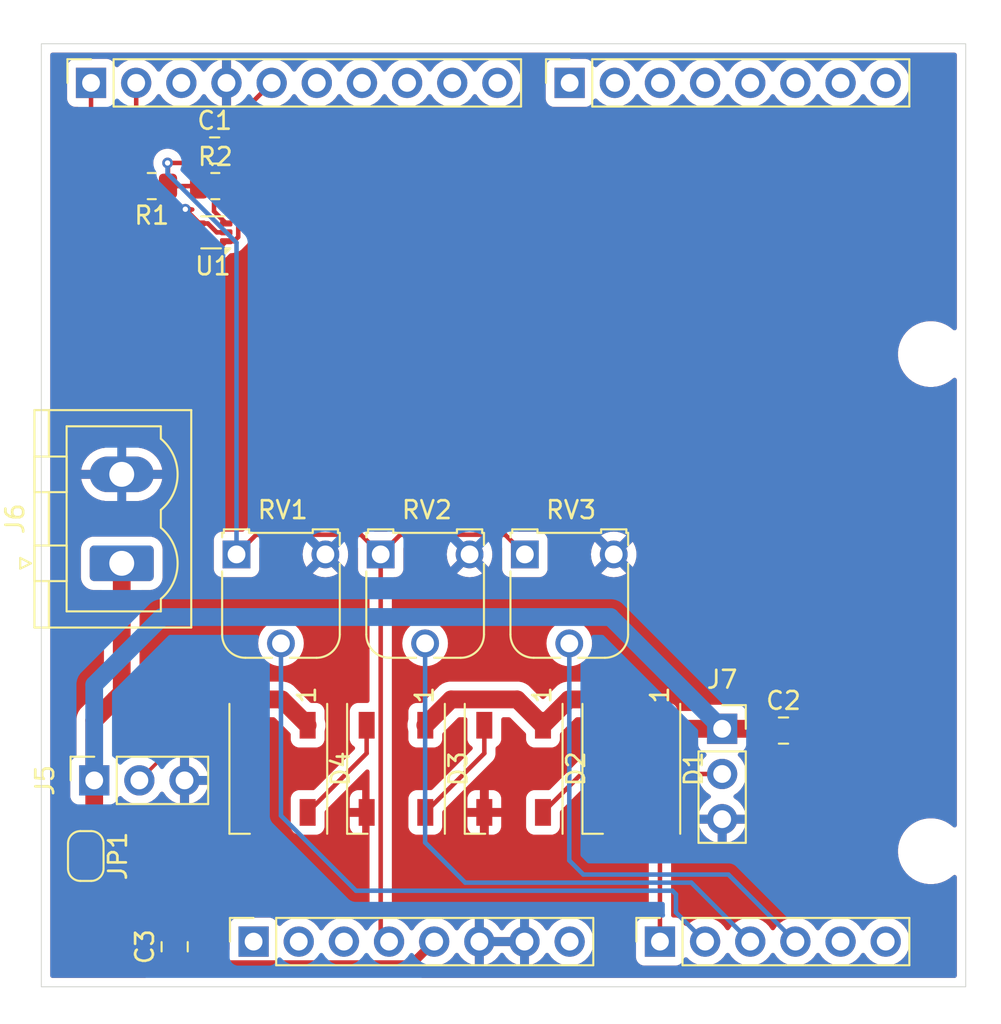
<source format=kicad_pcb>
(kicad_pcb (version 20240108) (generator "pcbnew") (generator_version "8.0")
  (title_block (title "STM32 Shield") (date "mar. 31 mars 2015") (rev "1.00") (company "IDA"))
  (layers (0 "F.Cu" signal) (31 "B.Cu" signal) (34 "B.Paste" user) (35 "F.Paste" user) (36 "B.SilkS" user "B.Silkscreen") (37 "F.SilkS" user "F.Silkscreen") (38 "B.Mask" user) (39 "F.Mask" user) (44 "Edge.Cuts" user))
  (net 0 "")
  (net 1 "GND")
  (net 3 "+5V")
  (net 4 "/IOREF")
  (net 5 "+5V_LED")
  (net 6 "Net-(D1-DOUT)")
  (net 7 "PA0")
  (net 8 "Net-(D2-DOUT)")
  (net 9 "Net-(D3-DOUT)")
  (net 10 "Net-(D4-DOUT)")
  (net 11 "PA7")
  (net 12 "PB8")
  (net 13 "/AREF")
  (net 14 "PA6")
  (net 15 "PA5")
  (net 16 "PB6")
  (net 17 "PB9")
  (net 18 "PA9")
  (net 19 "PC7")
  (net 20 "PA1")
  (net 21 "PA4")
  (net 22 "PB0")
  (net 23 "PA10")
  (net 24 "PA2")
  (net 25 "PA8")
  (net 26 "+3V3")
  (net 27 "VCC")
  (net 28 "/~{RESET}")
  (net 29 "PB3")
  (net 30 "PA3")
  (net 31 "PB10")
  (net 32 "PB5")
  (net 33 "PB4")
  (net 34 "PC0")
  (net 35 "PC1")
  (footprint "Connector_PinSocket_2.54mm:PinSocket_1x08_P2.54mm_Vertical" (layer "F.Cu") (at 127.94 97.46 90)
    (property "Reference" "J1" (hide yes))
    (property "Value" "Power")
    (fp_line (start 1.33 -1.33) (end 1.33 0) (stroke (width 0.12)) (layer "F.SilkS"))
    (fp_line (start 0 -1.33) (end 1.33 -1.33) (stroke (width 0.12)) (layer "F.SilkS"))
    (fp_line (start 1.33 1.27) (end 1.33 19.11) (stroke (width 0.12)) (layer "F.SilkS"))
    (fp_line (start -1.33 1.27) (end 1.33 1.27) (stroke (width 0.12)) (layer "F.SilkS"))
    (fp_line (start -1.33 1.27) (end -1.33 19.11) (stroke (width 0.12)) (layer "F.SilkS"))
    (fp_line (start -1.33 19.11) (end 1.33 19.11) (stroke (width 0.12)) (layer "F.SilkS"))
    (pad "1" thru_hole rect (at 0 0 90) (size 1.7 1.7) (drill 1) (layers "*.Cu" "*.Mask"))
    (pad "2" thru_hole oval (at 0 2.54 90) (size 1.7 1.7) (drill 1) (layers "*.Cu" "*.Mask") (net 4 "/IOREF"))
    (pad "3" thru_hole oval (at 0 5.08 90) (size 1.7 1.7) (drill 1) (layers "*.Cu" "*.Mask") (net 28 "/~{RESET}"))
    (pad "4" thru_hole oval (at 0 7.62 90) (size 1.7 1.7) (drill 1) (layers "*.Cu" "*.Mask") (net 26 "+3V3"))
    (pad "5" thru_hole oval (at 0 10.16 90) (size 1.7 1.7) (drill 1) (layers "*.Cu" "*.Mask") (net 3 "+5V"))
    (pad "6" thru_hole oval (at 0 12.7 90) (size 1.7 1.7) (drill 1) (layers "*.Cu" "*.Mask") (net 1 "GND"))
    (pad "7" thru_hole oval (at 0 15.24 90) (size 1.7 1.7) (drill 1) (layers "*.Cu" "*.Mask") (net 1 "GND"))
    (pad "8" thru_hole oval (at 0 17.78 90) (size 1.7 1.7) (drill 1) (layers "*.Cu" "*.Mask") (net 27 "VCC"))
  )
  (footprint "Connector_PinSocket_2.54mm:PinSocket_1x06_P2.54mm_Vertical" (layer "F.Cu") (at 150.8 97.46 90)
    (property "Reference" "J3" (hide yes))
    (property "Value" "Analog")
    (fp_line (start 1.33 -1.33) (end 1.33 0) (stroke (width 0.12)) (layer "F.SilkS"))
    (fp_line (start 0 -1.33) (end 1.33 -1.33) (stroke (width 0.12)) (layer "F.SilkS"))
    (fp_line (start 1.33 1.27) (end 1.33 14.03) (stroke (width 0.12)) (layer "F.SilkS"))
    (fp_line (start -1.33 1.27) (end 1.33 1.27) (stroke (width 0.12)) (layer "F.SilkS"))
    (fp_line (start -1.33 1.27) (end -1.33 14.03) (stroke (width 0.12)) (layer "F.SilkS"))
    (fp_line (start -1.33 14.03) (end 1.33 14.03) (stroke (width 0.12)) (layer "F.SilkS"))
    (pad "1" thru_hole rect (at 0 0 90) (size 1.7 1.7) (drill 1) (layers "*.Cu" "*.Mask") (net 7 "PA0"))
    (pad "2" thru_hole oval (at 0 2.54 90) (size 1.7 1.7) (drill 1) (layers "*.Cu" "*.Mask") (net 20 "PA1"))
    (pad "3" thru_hole oval (at 0 5.08 90) (size 1.7 1.7) (drill 1) (layers "*.Cu" "*.Mask") (net 21 "PA4"))
    (pad "4" thru_hole oval (at 0 7.62 90) (size 1.7 1.7) (drill 1) (layers "*.Cu" "*.Mask") (net 22 "PB0"))
    (pad "5" thru_hole oval (at 0 10.16 90) (size 1.7 1.7) (drill 1) (layers "*.Cu" "*.Mask") (net 35 "PC1"))
    (pad "6" thru_hole oval (at 0 12.7 90) (size 1.7 1.7) (drill 1) (layers "*.Cu" "*.Mask") (net 34 "PC0"))
  )
  (footprint "Connector_PinSocket_2.54mm:PinSocket_1x10_P2.54mm_Vertical" (layer "F.Cu") (at 118.796 49.2 90)
    (property "Reference" "J2" (hide yes))
    (property "Value" "Digital/PWM")
    (fp_line (start 1.33 -1.33) (end 1.33 0) (stroke (width 0.12)) (layer "F.SilkS"))
    (fp_line (start 0 -1.33) (end 1.33 -1.33) (stroke (width 0.12)) (layer "F.SilkS"))
    (fp_line (start 1.33 1.27) (end 1.33 24.19) (stroke (width 0.12)) (layer "F.SilkS"))
    (fp_line (start -1.33 1.27) (end 1.33 1.27) (stroke (width 0.12)) (layer "F.SilkS"))
    (fp_line (start -1.33 1.27) (end -1.33 24.19) (stroke (width 0.12)) (layer "F.SilkS"))
    (fp_line (start -1.33 24.19) (end 1.33 24.19) (stroke (width 0.12)) (layer "F.SilkS"))
    (pad "1" thru_hole rect (at 0 0 90) (size 1.7 1.7) (drill 1) (layers "*.Cu" "*.Mask") (net 12 "PB8"))
    (pad "2" thru_hole oval (at 0 2.54 90) (size 1.7 1.7) (drill 1) (layers "*.Cu" "*.Mask") (net 17 "PB9"))
    (pad "3" thru_hole oval (at 0 5.08 90) (size 1.7 1.7) (drill 1) (layers "*.Cu" "*.Mask") (net 13 "/AREF"))
    (pad "4" thru_hole oval (at 0 7.62 90) (size 1.7 1.7) (drill 1) (layers "*.Cu" "*.Mask") (net 1 "GND"))
    (pad "5" thru_hole oval (at 0 10.16 90) (size 1.7 1.7) (drill 1) (layers "*.Cu" "*.Mask") (net 15 "PA5"))
    (pad "6" thru_hole oval (at 0 12.7 90) (size 1.7 1.7) (drill 1) (layers "*.Cu" "*.Mask") (net 14 "PA6"))
    (pad "7" thru_hole oval (at 0 15.24 90) (size 1.7 1.7) (drill 1) (layers "*.Cu" "*.Mask") (net 11 "PA7"))
    (pad "8" thru_hole oval (at 0 17.78 90) (size 1.7 1.7) (drill 1) (layers "*.Cu" "*.Mask") (net 16 "PB6"))
    (pad "9" thru_hole oval (at 0 20.32 90) (size 1.7 1.7) (drill 1) (layers "*.Cu" "*.Mask") (net 19 "PC7"))
    (pad "10" thru_hole oval (at 0 22.86 90) (size 1.7 1.7) (drill 1) (layers "*.Cu" "*.Mask") (net 18 "PA9"))
  )
  (footprint "Connector_PinSocket_2.54mm:PinSocket_1x08_P2.54mm_Vertical" (layer "F.Cu") (at 145.72 49.2 90)
    (property "Reference" "J4" (hide yes))
    (property "Value" "Digital/PWM")
    (fp_line (start 1.33 -1.33) (end 1.33 0) (stroke (width 0.12)) (layer "F.SilkS"))
    (fp_line (start 0 -1.33) (end 1.33 -1.33) (stroke (width 0.12)) (layer "F.SilkS"))
    (fp_line (start 1.33 1.27) (end 1.33 19.11) (stroke (width 0.12)) (layer "F.SilkS"))
    (fp_line (start -1.33 1.27) (end 1.33 1.27) (stroke (width 0.12)) (layer "F.SilkS"))
    (fp_line (start -1.33 1.27) (end -1.33 19.11) (stroke (width 0.12)) (layer "F.SilkS"))
    (fp_line (start -1.33 19.11) (end 1.33 19.11) (stroke (width 0.12)) (layer "F.SilkS"))
    (pad "1" thru_hole rect (at 0 0 90) (size 1.7 1.7) (drill 1) (layers "*.Cu" "*.Mask") (net 25 "PA8"))
    (pad "2" thru_hole oval (at 0 2.54 90) (size 1.7 1.7) (drill 1) (layers "*.Cu" "*.Mask") (net 31 "PB10"))
    (pad "3" thru_hole oval (at 0 5.08 90) (size 1.7 1.7) (drill 1) (layers "*.Cu" "*.Mask") (net 33 "PB4"))
    (pad "4" thru_hole oval (at 0 7.62 90) (size 1.7 1.7) (drill 1) (layers "*.Cu" "*.Mask") (net 32 "PB5"))
    (pad "5" thru_hole oval (at 0 10.16 90) (size 1.7 1.7) (drill 1) (layers "*.Cu" "*.Mask") (net 29 "PB3"))
    (pad "6" thru_hole oval (at 0 12.7 90) (size 1.7 1.7) (drill 1) (layers "*.Cu" "*.Mask") (net 23 "PA10"))
    (pad "7" thru_hole oval (at 0 15.24 90) (size 1.7 1.7) (drill 1) (layers "*.Cu" "*.Mask") (net 24 "PA2"))
    (pad "8" thru_hole oval (at 0 17.78 90) (size 1.7 1.7) (drill 1) (layers "*.Cu" "*.Mask") (net 30 "PA3"))
  )
  (footprint "Connector_PinSocket_2.54mm:PinSocket_1x03_P2.54mm_Vertical" (layer "F.Cu") (at 154.3 85.5)
    (property "Reference" "J7" (at 0 -2.77 0) (layer "F.SilkS"))
    (property "Value" "Neopixel")
    (fp_line (start -1.33 1.27) (end -1.33 6.41) (stroke (width 0.12)) (layer "F.SilkS"))
    (fp_line (start -1.33 1.27) (end 1.33 1.27) (stroke (width 0.12)) (layer "F.SilkS"))
    (fp_line (start -1.33 6.41) (end 1.33 6.41) (stroke (width 0.12)) (layer "F.SilkS"))
    (fp_line (start 0 -1.33) (end 1.33 -1.33) (stroke (width 0.12)) (layer "F.SilkS"))
    (fp_line (start 1.33 -1.33) (end 1.33 0) (stroke (width 0.12)) (layer "F.SilkS"))
    (fp_line (start 1.33 1.27) (end 1.33 6.41) (stroke (width 0.12)) (layer "F.SilkS"))
    (pad "1" thru_hole rect (at 0 0) (size 1.7 1.7) (drill 1) (layers "*.Cu" "*.Mask") (net 5 "+5V_LED"))
    (pad "2" thru_hole oval (at 0 2.54) (size 1.7 1.7) (drill 1) (layers "*.Cu" "*.Mask") (net 7 "PA0"))
    (pad "3" thru_hole oval (at 0 5.08) (size 1.7 1.7) (drill 1) (layers "*.Cu" "*.Mask") (net 1 "GND"))
  )
  (footprint "LED_SMD:LED_WS2812B_PLCC4_5.0x5.0mm_P3.2mm" (layer "F.Cu") (at 149.19 87.75 -90)
    (property "Reference" "D1" (at 0 -3.5 90) (layer "F.SilkS"))
    (property "Value" "WS2812B")
    (fp_line (start -3.65 2.75) (end 3.65 2.75) (stroke (width 0.12)) (layer "F.SilkS"))
    (fp_line (start 3.65 2.75) (end 3.65 1.6) (stroke (width 0.12)) (layer "F.SilkS"))
    (fp_line (start -3.65 -2.75) (end 3.65 -2.75) (stroke (width 0.12)) (layer "F.SilkS"))
    (fp_text user "1" (at -4.15 -1.6 90) (layer "F.SilkS"))
    (pad "1" smd rect (at -2.45 -1.65 270) (size 1.5 0.9) (layers "F.Cu" "F.Paste" "F.Mask") (net 5 "+5V_LED"))
    (pad "2" smd rect (at -2.45 1.65 270) (size 1.5 0.9) (layers "F.Cu" "F.Paste" "F.Mask") (net 6 "Net-(D1-DOUT)"))
    (pad "3" smd rect (at 2.45 1.65 270) (size 1.5 0.9) (layers "F.Cu" "F.Paste" "F.Mask") (net 1 "GND"))
    (pad "4" smd rect (at 2.45 -1.65 270) (size 1.5 0.9) (layers "F.Cu" "F.Paste" "F.Mask") (net 7 "PA0"))
  )
  (footprint "Jumper:SolderJumper-2_P1.3mm_Open_RoundedPad1.0x1.5mm" (layer "F.Cu") (at 118.5 92.65 -90)
    (property "Reference" "JP1" (at 0 -1.8 90) (layer "F.SilkS"))
    (property "Value" "Jumper_2_Open")
    (fp_line (start 0.7 1) (end -0.7 1) (stroke (width 0.12)) (layer "F.SilkS"))
    (fp_line (start -1.4 0.3) (end -1.4 -0.3) (stroke (width 0.12)) (layer "F.SilkS"))
    (fp_line (start 1.4 -0.3) (end 1.4 0.3) (stroke (width 0.12)) (layer "F.SilkS"))
    (fp_line (start -0.7 -1) (end 0.7 -1) (stroke (width 0.12)) (layer "F.SilkS"))
    (fp_arc (start -0.7 1) (mid -1.194975 0.794975) (end -1.4 0.3) (stroke (width 0.12)) (layer "F.SilkS"))
    (fp_arc (start 1.4 0.3) (mid 1.194975 0.794975) (end 0.7 1) (stroke (width 0.12)) (layer "F.SilkS"))
    (fp_arc (start -1.4 -0.3) (mid -1.194975 -0.794975) (end -0.7 -1) (stroke (width 0.12)) (layer "F.SilkS"))
    (fp_arc (start 0.7 -1) (mid 1.194975 -0.794975) (end 1.4 -0.3) (stroke (width 0.12)) (layer "F.SilkS"))
    (pad "1" smd custom (at -0.65 0 270) (size 1 0.5) (layers "F.Cu" "F.Mask") (net 5 "+5V_LED") (options (clearance outline) (anchor rect)) (primitives (gr_circle (center 0 0.25) (end 0.5 0.25) (width 0) (fill yes)) (gr_circle (center 0 -0.25) (end 0.5 -0.25) (width 0) (fill yes)) (gr_poly (pts (xy 0.5 0.75) (xy 0 0.75) (xy 0 -0.75) (xy 0.5 -0.75)) (width 0) (fill yes))))
    (pad "2" smd custom (at 0.65 0 270) (size 1 0.5) (layers "F.Cu" "F.Mask") (net 3 "+5V") (options (clearance outline) (anchor rect)) (primitives (gr_circle (center 0 0.25) (end 0.5 0.25) (width 0) (fill yes)) (gr_circle (center 0 -0.25) (end 0.5 -0.25) (width 0) (fill yes)) (gr_poly (pts (xy 0 0.75) (xy -0.5 0.75) (xy -0.5 -0.75) (xy 0 -0.75)) (width 0) (fill yes))))
  )
  (footprint "LED_SMD:LED_WS2812B_PLCC4_5.0x5.0mm_P3.2mm" (layer "F.Cu") (at 135.95 87.75 -90)
    (property "Reference" "D3" (at 0 -3.5 90) (layer "F.SilkS"))
    (property "Value" "WS2812B")
    (fp_line (start -3.65 2.75) (end 3.65 2.75) (stroke (width 0.12)) (layer "F.SilkS"))
    (fp_line (start 3.65 2.75) (end 3.65 1.6) (stroke (width 0.12)) (layer "F.SilkS"))
    (fp_line (start -3.65 -2.75) (end 3.65 -2.75) (stroke (width 0.12)) (layer "F.SilkS"))
    (fp_text user "1" (at -4.15 -1.6 90) (layer "F.SilkS"))
    (pad "1" smd rect (at -2.45 -1.65 270) (size 1.5 0.9) (layers "F.Cu" "F.Paste" "F.Mask") (net 5 "+5V_LED"))
    (pad "2" smd rect (at -2.45 1.65 270) (size 1.5 0.9) (layers "F.Cu" "F.Paste" "F.Mask") (net 9 "Net-(D3-DOUT)"))
    (pad "3" smd rect (at 2.45 1.65 270) (size 1.5 0.9) (layers "F.Cu" "F.Paste" "F.Mask") (net 1 "GND"))
    (pad "4" smd rect (at 2.45 -1.65 270) (size 1.5 0.9) (layers "F.Cu" "F.Paste" "F.Mask") (net 8 "Net-(D2-DOUT)"))
  )
  (footprint "Potentiometer_THT:Potentiometer_Runtron_RM-065_Vertical" (layer "F.Cu") (at 135.09 75.7)
    (property "Reference" "RV2" (at 2.6 -2.5 0) (layer "F.SilkS"))
    (property "Value" "10k")
    (fp_line (start -0.81 -1.21) (end -0.81 -0.96) (stroke (width 0.12)) (layer "F.SilkS"))
    (fp_line (start -0.81 4.5) (end -0.81 0.96) (stroke (width 0.12)) (layer "F.SilkS"))
    (fp_line (start -0.71 -1.41) (end -0.71 -1.21) (stroke (width 0.12)) (layer "F.SilkS"))
    (fp_line (start -0.71 -1.41) (end 0.71 -1.41) (stroke (width 0.12)) (layer "F.SilkS"))
    (fp_line (start -0.71 -1.21) (end -0.81 -1.21) (stroke (width 0.12)) (layer "F.SilkS"))
    (fp_line (start 0.71 -1.21) (end 0.71 -1.41) (stroke (width 0.12)) (layer "F.SilkS"))
    (fp_line (start 0.71 -1.21) (end 4.29 -1.21) (stroke (width 0.12)) (layer "F.SilkS"))
    (fp_line (start 1.99 5.81) (end 0.5 5.81) (stroke (width 0.12)) (layer "F.SilkS"))
    (fp_line (start 4.29 -1.41) (end 5.71 -1.41) (stroke (width 0.12)) (layer "F.SilkS"))
    (fp_line (start 4.29 -1.21) (end 4.29 -1.41) (stroke (width 0.12)) (layer "F.SilkS"))
    (fp_line (start 4.5 5.81) (end 3.01 5.81) (stroke (width 0.12)) (layer "F.SilkS"))
    (fp_line (start 5.71 -1.41) (end 5.71 -1.21) (stroke (width 0.12)) (layer "F.SilkS"))
    (fp_line (start 5.71 -1.21) (end 5.81 -1.21) (stroke (width 0.12)) (layer "F.SilkS"))
    (fp_line (start 5.81 -1.21) (end 5.81 -0.52) (stroke (width 0.12)) (layer "F.SilkS"))
    (fp_line (start 5.81 0.52) (end 5.81 4.5) (stroke (width 0.12)) (layer "F.SilkS"))
    (fp_arc (start 0.5 5.81) (mid -0.42631 5.42631) (end -0.81 4.5) (stroke (width 0.12)) (layer "F.SilkS"))
    (fp_arc (start 5.81 4.5) (mid 5.42631 5.42631) (end 4.5 5.81) (stroke (width 0.12)) (layer "F.SilkS"))
    (pad "1" thru_hole rect (at 0 0) (size 1.56 1.56) (drill 1) (layers "*.Cu" "*.Mask") (net 26 "+3V3"))
    (pad "2" thru_hole circle (at 2.5 5) (size 1.56 1.56) (drill 1) (layers "*.Cu" "*.Mask") (net 21 "PA4"))
    (pad "3" thru_hole circle (at 5 0) (size 1.56 1.56) (drill 1) (layers "*.Cu" "*.Mask") (net 1 "GND"))
  )
  (footprint "Capacitor_SMD:C_0805_2012Metric" (layer "F.Cu") (at 125.75 53)
    (property "Reference" "C1" (at 0 -1.68 0) (layer "F.SilkS"))
    (property "Value" "100nF")
    (fp_line (start -0.261252 -0.735) (end 0.261252 -0.735) (stroke (width 0.12)) (layer "F.SilkS"))
    (fp_line (start -0.261252 0.735) (end 0.261252 0.735) (stroke (width 0.12)) (layer "F.SilkS"))
    (pad "1" smd roundrect (at -0.95 0) (size 1 1.45) (layers "F.Cu" "F.Paste" "F.Mask") (net 26 "+3V3"))
    (pad "2" smd roundrect (at 0.95 0) (size 1 1.45) (layers "F.Cu" "F.Paste" "F.Mask") (net 1 "GND"))
  )
  (footprint "Connector_PinSocket_2.54mm:PinSocket_1x03_P2.54mm_Vertical" (layer "F.Cu") (at 118.975 88.4 90)
    (property "Reference" "J5" (at 0 -2.77 -90) (layer "F.SilkS"))
    (property "Value" "Neopixel")
    (fp_line (start 1.33 -1.33) (end 1.33 0) (stroke (width 0.12)) (layer "F.SilkS"))
    (fp_line (start 0 -1.33) (end 1.33 -1.33) (stroke (width 0.12)) (layer "F.SilkS"))
    (fp_line (start 1.33 1.27) (end 1.33 6.41) (stroke (width 0.12)) (layer "F.SilkS"))
    (fp_line (start -1.33 1.27) (end 1.33 1.27) (stroke (width 0.12)) (layer "F.SilkS"))
    (fp_line (start -1.33 1.27) (end -1.33 6.41) (stroke (width 0.12)) (layer "F.SilkS"))
    (fp_line (start -1.33 6.41) (end 1.33 6.41) (stroke (width 0.12)) (layer "F.SilkS"))
    (pad "1" thru_hole rect (at 0 0 90) (size 1.7 1.7) (drill 1) (layers "*.Cu" "*.Mask") (net 5 "+5V_LED"))
    (pad "2" thru_hole oval (at 0 2.54 90) (size 1.7 1.7) (drill 1) (layers "*.Cu" "*.Mask") (net 10 "Net-(D4-DOUT)"))
    (pad "3" thru_hole oval (at 0 5.08 90) (size 1.7 1.7) (drill 1) (layers "*.Cu" "*.Mask") (net 1 "GND"))
  )
  (footprint "Resistor_SMD:R_0805_2012Metric" (layer "F.Cu") (at 122.2125 55 180)
    (property "Reference" "R1" (at 0 -1.65 180) (layer "F.SilkS"))
    (property "Value" "10k")
    (fp_line (start -0.227064 0.735) (end 0.227064 0.735) (stroke (width 0.12)) (layer "F.SilkS"))
    (fp_line (start -0.227064 -0.735) (end 0.227064 -0.735) (stroke (width 0.12)) (layer "F.SilkS"))
    (pad "1" smd roundrect (at -0.9125 0 180) (size 1.025 1.4) (layers "F.Cu" "F.Paste" "F.Mask") (roundrect_rratio 0.243902) (net 26 "+3V3"))
    (pad "2" smd roundrect (at 0.9125 0 180) (size 1.025 1.4) (layers "F.Cu" "F.Paste" "F.Mask") (roundrect_rratio 0.243902) (net 17 "PB9"))
  )
  (footprint "Resistor_SMD:R_0805_2012Metric" (layer "F.Cu") (at 125.7875 55)
    (property "Reference" "R2" (at 0 -1.65 0) (layer "F.SilkS"))
    (property "Value" "10k")
    (fp_line (start -0.227064 -0.735) (end 0.227064 -0.735) (stroke (width 0.12)) (layer "F.SilkS"))
    (fp_line (start -0.227064 0.735) (end 0.227064 0.735) (stroke (width 0.12)) (layer "F.SilkS"))
    (pad "1" smd roundrect (at -0.9125 0) (size 1.025 1.4) (layers "F.Cu" "F.Paste" "F.Mask") (roundrect_rratio 0.243902) (net 26 "+3V3"))
    (pad "2" smd roundrect (at 0.9125 0) (size 1.025 1.4) (layers "F.Cu" "F.Paste" "F.Mask") (roundrect_rratio 0.243902) (net 12 "PB8"))
  )
  (footprint "Capacitor_SMD:C_0805_2012Metric" (layer "F.Cu") (at 123.5 97.75 90)
    (property "Reference" "C3" (at 0 -1.68 -90) (layer "F.SilkS"))
    (property "Value" "100nF")
    (fp_line (start -0.261252 -0.735) (end 0.261252 -0.735) (stroke (width 0.12)) (layer "F.SilkS"))
    (fp_line (start -0.261252 0.735) (end 0.261252 0.735) (stroke (width 0.12)) (layer "F.SilkS"))
    (pad "1" smd roundrect (at -0.95 0 90) (size 1 1.45) (layers "F.Cu" "F.Paste" "F.Mask") (net 3 "+5V"))
    (pad "2" smd roundrect (at 0.95 0 90) (size 1 1.45) (layers "F.Cu" "F.Paste" "F.Mask") (net 1 "GND"))
  )
  (footprint "LED_SMD:LED_WS2812B_PLCC4_5.0x5.0mm_P3.2mm" (layer "F.Cu") (at 129.33 87.75 -90)
    (property "Reference" "D4" (at 0 -3.5 90) (layer "F.SilkS"))
    (property "Value" "WS2812B")
    (fp_line (start -3.65 2.75) (end 3.65 2.75) (stroke (width 0.12)) (layer "F.SilkS"))
    (fp_line (start 3.65 2.75) (end 3.65 1.6) (stroke (width 0.12)) (layer "F.SilkS"))
    (fp_line (start -3.65 -2.75) (end 3.65 -2.75) (stroke (width 0.12)) (layer "F.SilkS"))
    (fp_text user "1" (at -4.15 -1.6 90) (layer "F.SilkS"))
    (pad "1" smd rect (at -2.45 -1.65 270) (size 1.5 0.9) (layers "F.Cu" "F.Paste" "F.Mask") (net 5 "+5V_LED"))
    (pad "2" smd rect (at -2.45 1.65 270) (size 1.5 0.9) (layers "F.Cu" "F.Paste" "F.Mask") (net 10 "Net-(D4-DOUT)"))
    (pad "3" smd rect (at 2.45 1.65 270) (size 1.5 0.9) (layers "F.Cu" "F.Paste" "F.Mask") (net 1 "GND"))
    (pad "4" smd rect (at 2.45 -1.65 270) (size 1.5 0.9) (layers "F.Cu" "F.Paste" "F.Mask") (net 9 "Net-(D3-DOUT)"))
  )
  (footprint "Package_TO_SOT_SMD:SOT-563" (layer "F.Cu") (at 125.65 57.6 180)
    (property "Reference" "U1" (at 0 -1.9 180) (layer "F.SilkS"))
    (property "Value" "TMP102xxDRL")
    (fp_line (start 0.65 0.9) (end -0.65 0.9) (stroke (width 0.12)) (layer "F.SilkS"))
    (fp_line (start 0.65 -0.9) (end -0.45 -0.9) (stroke (width 0.12)) (layer "F.SilkS"))
    (fp_poly (pts (xy -0.7 -0.9) (xy -0.98 -0.9) (xy -0.7 -1.18) (xy -0.7 -0.9)) (stroke (width 0.12)) (fill solid) (layer "F.SilkS"))
    (pad "1" smd roundrect (at -0.75 -0.5 180) (size 0.7 0.34) (layers "F.Cu" "F.Paste" "F.Mask") (net 12 "PB8"))
    (pad "2" smd roundrect (at -0.75 0 180) (size 0.7 0.34) (layers "F.Cu" "F.Paste" "F.Mask") (net 1 "GND"))
    (pad "3" smd roundrect (at -0.75 0.5 180) (size 0.7 0.34) (layers "F.Cu" "F.Paste" "F.Mask") (net 15 "PA5"))
    (pad "4" smd roundrect (at 0.75 0.5 180) (size 0.7 0.34) (layers "F.Cu" "F.Paste" "F.Mask") (net 1 "GND"))
    (pad "5" smd roundrect (at 0.75 0 180) (size 0.7 0.34) (layers "F.Cu" "F.Paste" "F.Mask") (net 26 "+3V3"))
    (pad "6" smd roundrect (at 0.75 -0.5 180) (size 0.7 0.34) (layers "F.Cu" "F.Paste" "F.Mask") (net 17 "PB9"))
  )
  (footprint "Potentiometer_THT:Potentiometer_Runtron_RM-065_Vertical" (layer "F.Cu") (at 143.2 75.7)
    (property "Reference" "RV3" (at 2.6 -2.5 0) (layer "F.SilkS"))
    (property "Value" "10k")
    (fp_line (start -0.81 -1.21) (end -0.81 -0.96) (stroke (width 0.12)) (layer "F.SilkS"))
    (fp_line (start -0.81 4.5) (end -0.81 0.96) (stroke (width 0.12)) (layer "F.SilkS"))
    (fp_line (start -0.71 -1.41) (end -0.71 -1.21) (stroke (width 0.12)) (layer "F.SilkS"))
    (fp_line (start -0.71 -1.41) (end 0.71 -1.41) (stroke (width 0.12)) (layer "F.SilkS"))
    (fp_line (start -0.71 -1.21) (end -0.81 -1.21) (stroke (width 0.12)) (layer "F.SilkS"))
    (fp_line (start 0.71 -1.21) (end 0.71 -1.41) (stroke (width 0.12)) (layer "F.SilkS"))
    (fp_line (start 0.71 -1.21) (end 4.29 -1.21) (stroke (width 0.12)) (layer "F.SilkS"))
    (fp_line (start 1.99 5.81) (end 0.5 5.81) (stroke (width 0.12)) (layer "F.SilkS"))
    (fp_line (start 4.29 -1.41) (end 5.71 -1.41) (stroke (width 0.12)) (layer "F.SilkS"))
    (fp_line (start 4.29 -1.21) (end 4.29 -1.41) (stroke (width 0.12)) (layer "F.SilkS"))
    (fp_line (start 4.5 5.81) (end 3.01 5.81) (stroke (width 0.12)) (layer "F.SilkS"))
    (fp_line (start 5.71 -1.41) (end 5.71 -1.21) (stroke (width 0.12)) (layer "F.SilkS"))
    (fp_line (start 5.71 -1.21) (end 5.81 -1.21) (stroke (width 0.12)) (layer "F.SilkS"))
    (fp_line (start 5.81 -1.21) (end 5.81 -0.52) (stroke (width 0.12)) (layer "F.SilkS"))
    (fp_line (start 5.81 0.52) (end 5.81 4.5) (stroke (width 0.12)) (layer "F.SilkS"))
    (fp_arc (start 0.5 5.81) (mid -0.42631 5.42631) (end -0.81 4.5) (stroke (width 0.12)) (layer "F.SilkS"))
    (fp_arc (start 5.81 4.5) (mid 5.42631 5.42631) (end 4.5 5.81) (stroke (width 0.12)) (layer "F.SilkS"))
    (pad "1" thru_hole rect (at 0 0) (size 1.56 1.56) (drill 1) (layers "*.Cu" "*.Mask") (net 26 "+3V3"))
    (pad "2" thru_hole circle (at 2.5 5) (size 1.56 1.56) (drill 1) (layers "*.Cu" "*.Mask") (net 22 "PB0"))
    (pad "3" thru_hole circle (at 5 0) (size 1.56 1.56) (drill 1) (layers "*.Cu" "*.Mask") (net 1 "GND"))
  )
  (footprint "Connector_Phoenix_MSTB:PhoenixContact_MSTBVA_2,5_2-G_1x02_P5.00mm_Vertical" (layer "F.Cu") (at 120.5225 76.2 90)
    (property "Reference" "J6" (at 2.5 -6 -90) (layer "F.SilkS"))
    (property "Value" "PowerIn")
    (fp_line (start 0.3 -5.71) (end 0 -5.11) (stroke (width 0.12)) (layer "F.SilkS"))
    (fp_line (start -0.3 -5.71) (end 0.3 -5.71) (stroke (width 0.12)) (layer "F.SilkS"))
    (fp_line (start 0 -5.11) (end -0.3 -5.71) (stroke (width 0.12)) (layer "F.SilkS"))
    (fp_line (start 8.61 -4.91) (end -3.61 -4.91) (stroke (width 0.12)) (layer "F.SilkS"))
    (fp_line (start 6 -4.91) (end 6 -3.1) (stroke (width 0.12)) (layer "F.SilkS"))
    (fp_line (start 4 -4.91) (end 6 -4.91) (stroke (width 0.12)) (layer "F.SilkS"))
    (fp_line (start 1 -4.91) (end 1 -3.1) (stroke (width 0.12)) (layer "F.SilkS"))
    (fp_line (start -1 -4.91) (end 1 -4.91) (stroke (width 0.12)) (layer "F.SilkS"))
    (fp_line (start -3.61 -4.91) (end -3.61 3.91) (stroke (width 0.12)) (layer "F.SilkS"))
    (fp_line (start 8.61 -4.1) (end 6.11 -4.1) (stroke (width 0.12)) (layer "F.SilkS"))
    (fp_line (start 1 -4.1) (end 4 -4.1) (stroke (width 0.12)) (layer "F.SilkS"))
    (fp_line (start -3.61 -4.1) (end -1.11 -4.1) (stroke (width 0.12)) (layer "F.SilkS"))
    (fp_line (start 7.7 -3.1) (end 7.7 2.2) (stroke (width 0.12)) (layer "F.SilkS"))
    (fp_line (start 6 -3.1) (end 4 -3.1) (stroke (width 0.12)) (layer "F.SilkS"))
    (fp_line (start 4 -3.1) (end 4 -4.91) (stroke (width 0.12)) (layer "F.SilkS"))
    (fp_line (start 1 -3.1) (end -1 -3.1) (stroke (width 0.12)) (layer "F.SilkS"))
    (fp_line (start -1 -3.1) (end -1 -4.91) (stroke (width 0.12)) (layer "F.SilkS"))
    (fp_line (start -2.7 -3.1) (end 7.7 -3.1) (stroke (width 0.12)) (layer "F.SilkS"))
    (fp_line (start 7.7 2.2) (end 7 2.2) (stroke (width 0.12)) (layer "F.SilkS"))
    (fp_line (start 2 2.2) (end 3 2.2) (stroke (width 0.12)) (layer "F.SilkS"))
    (fp_line (start -2 2.2) (end -2.7 2.2) (stroke (width 0.12)) (layer "F.SilkS"))
    (fp_line (start -2.7 2.2) (end -2.7 -3.1) (stroke (width 0.12)) (layer "F.SilkS"))
    (fp_line (start 8.61 3.91) (end 8.61 -4.91) (stroke (width 0.12)) (layer "F.SilkS"))
    (fp_line (start -3.61 3.91) (end 8.61 3.91) (stroke (width 0.12)) (layer "F.SilkS"))
    (fp_arc (start 6.986842 2.215821) (mid 4.989711 3.142758) (end 3 2.2) (stroke (width 0.12)) (layer "F.SilkS"))
    (fp_arc (start 1.986842 2.215821) (mid -0.010289 3.142758) (end -2 2.2) (stroke (width 0.12)) (layer "F.SilkS"))
    (pad "1" thru_hole roundrect (at 0 0 90) (size 2 3.6) (drill 1.4) (layers "*.Cu" "*.Mask") (roundrect_rratio 0.125) (net 5 "+5V_LED"))
    (pad "2" thru_hole oval (at 5 0 90) (size 2 3.6) (drill 1.4) (layers "*.Cu" "*.Mask") (net 1 "GND"))
  )
  (footprint "LED_SMD:LED_WS2812B_PLCC4_5.0x5.0mm_P3.2mm" (layer "F.Cu") (at 142.57 87.75 -90)
    (property "Reference" "D2" (at 0 -3.5 90) (layer "F.SilkS"))
    (property "Value" "WS2812B")
    (fp_line (start -3.65 2.75) (end 3.65 2.75) (stroke (width 0.12)) (layer "F.SilkS"))
    (fp_line (start 3.65 2.75) (end 3.65 1.6) (stroke (width 0.12)) (layer "F.SilkS"))
    (fp_line (start -3.65 -2.75) (end 3.65 -2.75) (stroke (width 0.12)) (layer "F.SilkS"))
    (fp_text user "1" (at -4.15 -1.6 90) (layer "F.SilkS"))
    (pad "1" smd rect (at -2.45 -1.65 270) (size 1.5 0.9) (layers "F.Cu" "F.Paste" "F.Mask") (net 5 "+5V_LED"))
    (pad "2" smd rect (at -2.45 1.65 270) (size 1.5 0.9) (layers "F.Cu" "F.Paste" "F.Mask") (net 8 "Net-(D2-DOUT)"))
    (pad "3" smd rect (at 2.45 1.65 270) (size 1.5 0.9) (layers "F.Cu" "F.Paste" "F.Mask") (net 1 "GND"))
    (pad "4" smd rect (at 2.45 -1.65 270) (size 1.5 0.9) (layers "F.Cu" "F.Paste" "F.Mask") (net 6 "Net-(D1-DOUT)"))
  )
  (footprint "Potentiometer_THT:Potentiometer_Runtron_RM-065_Vertical" (layer "F.Cu") (at 126.98 75.7)
    (property "Reference" "RV1" (at 2.6 -2.5 0) (layer "F.SilkS"))
    (property "Value" "10k")
    (fp_line (start -0.81 -1.21) (end -0.81 -0.96) (stroke (width 0.12)) (layer "F.SilkS"))
    (fp_line (start -0.81 4.5) (end -0.81 0.96) (stroke (width 0.12)) (layer "F.SilkS"))
    (fp_line (start -0.71 -1.41) (end -0.71 -1.21) (stroke (width 0.12)) (layer "F.SilkS"))
    (fp_line (start -0.71 -1.41) (end 0.71 -1.41) (stroke (width 0.12)) (layer "F.SilkS"))
    (fp_line (start -0.71 -1.21) (end -0.81 -1.21) (stroke (width 0.12)) (layer "F.SilkS"))
    (fp_line (start 0.71 -1.21) (end 0.71 -1.41) (stroke (width 0.12)) (layer "F.SilkS"))
    (fp_line (start 0.71 -1.21) (end 4.29 -1.21) (stroke (width 0.12)) (layer "F.SilkS"))
    (fp_line (start 1.99 5.81) (end 0.5 5.81) (stroke (width 0.12)) (layer "F.SilkS"))
    (fp_line (start 4.29 -1.41) (end 5.71 -1.41) (stroke (width 0.12)) (layer "F.SilkS"))
    (fp_line (start 4.29 -1.21) (end 4.29 -1.41) (stroke (width 0.12)) (layer "F.SilkS"))
    (fp_line (start 4.5 5.81) (end 3.01 5.81) (stroke (width 0.12)) (layer "F.SilkS"))
    (fp_line (start 5.71 -1.41) (end 5.71 -1.21) (stroke (width 0.12)) (layer "F.SilkS"))
    (fp_line (start 5.71 -1.21) (end 5.81 -1.21) (stroke (width 0.12)) (layer "F.SilkS"))
    (fp_line (start 5.81 -1.21) (end 5.81 -0.52) (stroke (width 0.12)) (layer "F.SilkS"))
    (fp_line (start 5.81 0.52) (end 5.81 4.5) (stroke (width 0.12)) (layer "F.SilkS"))
    (fp_arc (start 0.5 5.81) (mid -0.42631 5.42631) (end -0.81 4.5) (stroke (width 0.12)) (layer "F.SilkS"))
    (fp_arc (start 5.81 4.5) (mid 5.42631 5.42631) (end 4.5 5.81) (stroke (width 0.12)) (layer "F.SilkS"))
    (pad "1" thru_hole rect (at 0 0) (size 1.56 1.56) (drill 1) (layers "*.Cu" "*.Mask") (net 26 "+3V3"))
    (pad "2" thru_hole circle (at 2.5 5) (size 1.56 1.56) (drill 1) (layers "*.Cu" "*.Mask") (net 20 "PA1"))
    (pad "3" thru_hole circle (at 5 0) (size 1.56 1.56) (drill 1) (layers "*.Cu" "*.Mask") (net 1 "GND"))
  )
  (footprint "Capacitor_SMD:C_0805_2012Metric" (layer "F.Cu") (at 157.75 85.6)
    (property "Reference" "C2" (at 0 -1.68 0) (layer "F.SilkS"))
    (property "Value" "100nF")
    (fp_line (start -0.261252 -0.735) (end 0.261252 -0.735) (stroke (width 0.12)) (layer "F.SilkS"))
    (fp_line (start -0.261252 0.735) (end 0.261252 0.735) (stroke (width 0.12)) (layer "F.SilkS"))
    (pad "1" smd roundrect (at -0.95 0) (size 1 1.45) (layers "F.Cu" "F.Paste" "F.Mask") (net 5 "+5V_LED"))
    (pad "2" smd roundrect (at 0.95 0) (size 1 1.45) (layers "F.Cu" "F.Paste" "F.Mask") (net 1 "GND"))
  )
  (footprint "Arduino_MountingHole:MountingHole_3.2mm" (layer "F.Cu") (at 166.04 64.44)
    (property "Reference" "MH3" (hide yes))
    (property "Value" "MountingHole_3.2mm" (hide yes))
    (pad "" np_thru_hole circle (at 0 0) (size 3.2 3.2) (drill 3.2) (layers "*.Cu" "*.Mask"))
  )
  (footprint "Arduino_MountingHole:MountingHole_3.2mm" (layer "F.Cu") (at 166.04 92.38)
    (property "Reference" "MH4" (hide yes))
    (property "Value" "MountingHole_3.2mm" (hide yes))
    (pad "" np_thru_hole circle (at 0 0) (size 3.2 3.2) (drill 3.2) (layers "*.Cu" "*.Mask"))
  )
  (gr_rect (start 116 47) (end 168 100) (stroke (width 0.05)) (fill none) (layer "Edge.Cuts"))
  (segment (start 126.4 57.6) (end 125.868572 57.6) (width 0.254) (layer "F.Cu") (net 1))
  (segment (start 125.368572 57.1) (end 124.9 57.1) (width 0.254) (layer "F.Cu") (net 1))
  (segment (start 125.868572 57.6) (end 125.368572 57.1) (width 0.254) (layer "F.Cu") (net 1))
  (segment (start 124.9 57.1) (end 124.1 56.3) (width 0.254) (layer "F.Cu") (net 1))
  (via (at 124.1 56.3) (size 0.6) (drill 0.3) (layers "F.Cu" "B.Cu") (net 1))
  (segment (start 124.1 56.3) (end 123.4 57) (width 0.254) (layer "B.Cu") (net 1))
  (segment (start 122.46 98.76) (end 118.5 94.8) (width 0.5) (layer "F.Cu") (net 3))
  (segment (start 118.5 94.8) (end 118.5 93.3) (width 0.5) (layer "F.Cu") (net 3))
  (segment (start 136.8 98.76) (end 138.1 97.46) (width 0.5) (layer "F.Cu") (net 3))
  (segment (start 122.46 98.76) (end 136.8 98.76) (width 0.5) (layer "F.Cu") (net 3))
  (segment (start 142.77 83.85) (end 139.05 83.85) (width 1) (layer "F.Cu") (net 5))
  (segment (start 156.7 85.5) (end 156.8 85.6) (width 1) (layer "F.Cu") (net 5))
  (segment (start 154.3 85.5) (end 151.04 85.5) (width 1) (layer "F.Cu") (net 5))
  (segment (start 120.5225 76.2) (end 120.5225 83.4775) (width 1) (layer "F.Cu") (net 5))
  (segment (start 118.975 88.4) (end 118.975 91.525) (width 1) (layer "F.Cu") (net 5))
  (segment (start 120.15 83.85) (end 129.53 83.85) (width 1) (layer "F.Cu") (net 5))
  (segment (start 149.39 83.85) (end 145.67 83.85) (width 1) (layer "F.Cu") (net 5))
  (segment (start 120.15 83.85) (end 118.975 85.025) (width 1) (layer "F.Cu") (net 5))
  (segment (start 154.3 85.5) (end 156.7 85.5) (width 1) (layer "F.Cu") (net 5))
  (segment (start 120.5225 83.4775) (end 120.15 83.85) (width 1) (layer "F.Cu") (net 5))
  (segment (start 145.67 83.85) (end 144.22 85.3) (width 1) (layer "F.Cu") (net 5))
  (segment (start 150.84 85.3) (end 149.39 83.85) (width 1) (layer "F.Cu") (net 5))
  (segment (start 151.04 85.5) (end 150.84 85.3) (width 1) (layer "F.Cu") (net 5))
  (segment (start 144.22 85.3) (end 142.77 83.85) (width 1) (layer "F.Cu") (net 5))
  (segment (start 129.53 83.85) (end 130.98 85.3) (width 1) (layer "F.Cu") (net 5))
  (segment (start 139.05 83.85) (end 137.6 85.3) (width 1) (layer "F.Cu") (net 5))
  (segment (start 118.975 91.525) (end 118.5 92) (width 1) (layer "F.Cu") (net 5))
  (segment (start 118.975 85.025) (end 118.975 88.4) (width 1) (layer "F.Cu") (net 5))
  (segment (start 148.02 79.22) (end 122.78 79.22) (width 1) (layer "B.Cu") (net 5))
  (segment (start 122.78 79.22) (end 118.975 83.025) (width 1) (layer "B.Cu") (net 5))
  (segment (start 154.3 85.5) (end 148.02 79.22) (width 1) (layer "B.Cu") (net 5))
  (segment (start 118.975 83.025) (end 118.975 88.4) (width 1) (layer "B.Cu") (net 5))
  (segment (start 147.54 85.3) (end 147.54 86.88) (width 0.254) (layer "F.Cu") (net 6))
  (segment (start 147.54 86.88) (end 144.22 90.2) (width 0.254) (layer "F.Cu") (net 6))
  (segment (start 151.46 88.04) (end 150.84 88.66) (width 0.254) (layer "F.Cu") (net 7))
  (segment (start 150.8 97.46) (end 150.8 90.24) (width 0.254) (layer "F.Cu") (net 7))
  (segment (start 150.8 90.24) (end 150.84 90.2) (width 0.254) (layer "F.Cu") (net 7))
  (segment (start 150.84 88.66) (end 150.84 90.2) (width 0.254) (layer "F.Cu") (net 7))
  (segment (start 154.3 88.04) (end 151.46 88.04) (width 0.254) (layer "F.Cu") (net 7))
  (segment (start 140.92 86.88) (end 137.6 90.2) (width 0.254) (layer "F.Cu") (net 8))
  (segment (start 140.92 85.3) (end 140.92 86.88) (width 0.254) (layer "F.Cu") (net 8))
  (segment (start 134.3 85.3) (end 134.3 86.88) (width 0.254) (layer "F.Cu") (net 9))
  (segment (start 134.3 86.88) (end 130.98 90.2) (width 0.254) (layer "F.Cu") (net 9))
  (segment (start 124.615 85.3) (end 121.515 88.4) (width 0.2) (layer "F.Cu") (net 10))
  (segment (start 127.68 85.3) (end 124.615 85.3) (width 0.2) (layer "F.Cu") (net 10))
  (segment (start 127.077 57.85801) (end 127.077 55.377) (width 0.254) (layer "F.Cu") (net 12))
  (segment (start 125.903 58.597) (end 123.297 58.597) (width 0.254) (layer "F.Cu") (net 12))
  (segment (start 123.297 58.597) (end 118.796 54.096) (width 0.254) (layer "F.Cu") (net 12))
  (segment (start 126.4 58.1) (end 125.903 58.597) (width 0.254) (layer "F.Cu") (net 12))
  (segment (start 127.077 55.377) (end 126.7 55) (width 0.254) (layer "F.Cu") (net 12))
  (segment (start 126.4 58.1) (end 126.83501 58.1) (width 0.254) (layer "F.Cu") (net 12))
  (segment (start 126.83501 58.1) (end 127.077 57.85801) (width 0.254) (layer "F.Cu") (net 12))
  (segment (start 118.796 54.096) (end 118.796 49.2) (width 0.254) (layer "F.Cu") (net 12))
  (segment (start 125.7145 56.4145) (end 125.7145 52.4415) (width 0.254) (layer "F.Cu") (net 15))
  (segment (start 126.4 57.1) (end 125.7145 56.4145) (width 0.254) (layer "F.Cu") (net 15))
  (segment (start 125.7145 52.4415) (end 128.956 49.2) (width 0.254) (layer "F.Cu") (net 15))
  (segment (start 123.7 58.1) (end 121.3 55.7) (width 0.254) (layer "F.Cu") (net 17))
  (segment (start 124.9 58.1) (end 123.7 58.1) (width 0.254) (layer "F.Cu") (net 17))
  (segment (start 121.3 55) (end 121.3 53.1) (width 0.254) (layer "F.Cu") (net 17))
  (segment (start 121.336 53.064) (end 121.336 49.2) (width 0.254) (layer "F.Cu") (net 17))
  (segment (start 121.3 53.1) (end 121.336 53.064) (width 0.254) (layer "F.Cu") (net 17))
  (segment (start 121.3 55.7) (end 121.3 55) (width 0.254) (layer "F.Cu") (net 17))
  (segment (start 129.48 90.38) (end 133.7 94.6) (width 0.254) (layer "B.Cu") (net 20))
  (segment (start 151.7 95.82) (end 153.34 97.46) (width 0.254) (layer "B.Cu") (net 20))
  (segment (start 133.7 94.6) (end 151.5 94.6) (width 0.254) (layer "B.Cu") (net 20))
  (segment (start 151.5 94.6) (end 151.7 94.8) (width 0.254) (layer "B.Cu") (net 20))
  (segment (start 129.48 80.7) (end 129.48 90.38) (width 0.254) (layer "B.Cu") (net 20))
  (segment (start 151.7 94.8) (end 151.7 95.82) (width 0.254) (layer "B.Cu") (net 20))
  (segment (start 137.59 80.7) (end 137.59 91.89) (width 0.254) (layer "B.Cu") (net 21))
  (segment (start 139.846 94.146) (end 152.566 94.146) (width 0.254) (layer "B.Cu") (net 21))
  (segment (start 137.59 91.89) (end 139.846 94.146) (width 0.254) (layer "B.Cu") (net 21))
  (segment (start 152.566 94.146) (end 155.88 97.46) (width 0.254) (layer "B.Cu") (net 21))
  (segment (start 146.492 93.692) (end 154.652 93.692) (width 0.254) (layer "B.Cu") (net 22))
  (segment (start 145.7 80.7) (end 145.7 92.9) (width 0.254) (layer "B.Cu") (net 22))
  (segment (start 154.652 93.692) (end 158.42 97.46) (width 0.254) (layer "B.Cu") (net 22))
  (segment (start 145.7 92.9) (end 146.492 93.692) (width 0.254) (layer "B.Cu") (net 22))
  (segment (start 124.875 55) (end 123.125 55) (width 0.254) (layer "F.Cu") (net 26))
  (segment (start 124.46499 57.6) (end 123.125 56.26001) (width 0.254) (layer "F.Cu") (net 26))
  (segment (start 124.9 57.6) (end 124.46499 57.6) (width 0.254) (layer "F.Cu") (net 26))
  (segment (start 124.1 53.7) (end 124.8 53) (width 0.254) (layer "F.Cu") (net 26))
  (segment (start 142.093 74.593) (end 143.2 75.7) (width 0.254) (layer "F.Cu") (net 26))
  (segment (start 123.1 53.7) (end 124.1 53.7) (width 0.254) (layer "F.Cu") (net 26))
  (segment (start 123.125 55) (end 123.125 53.725) (width 0.254) (layer "F.Cu") (net 26))
  (segment (start 135.09 75.7) (end 136.197 74.593) (width 0.254) (layer "F.Cu") (net 26))
  (segment (start 135.09 96.99) (end 135.56 97.46) (width 0.254) (layer "F.Cu") (net 26))
  (segment (start 133.983 74.593) (end 135.09 75.7) (width 0.254) (layer "F.Cu") (net 26))
  (segment (start 126.98 75.7) (end 128.087 74.593) (width 0.254) (layer "F.Cu") (net 26))
  (segment (start 123.125 53.725) (end 123.1 53.7) (width 0.254) (layer "F.Cu") (net 26))
  (segment (start 135.09 75.7) (end 135.09 96.99) (width 0.254) (layer "F.Cu") (net 26))
  (segment (start 123.125 56.26001) (end 123.125 55) (width 0.254) (layer "F.Cu") (net 26))
  (segment (start 136.197 74.593) (end 142.093 74.593) (width 0.254) (layer "F.Cu") (net 26))
  (segment (start 128.087 74.593) (end 133.983 74.593) (width 0.254) (layer "F.Cu") (net 26))
  (via (at 123.1 53.7) (size 0.6) (drill 0.3) (layers "F.Cu" "B.Cu") (net 26))
  (segment (start 123.1 53.7) (end 123.1 54.3) (width 0.254) (layer "B.Cu") (net 26))
  (segment (start 126.98 58.18) (end 126.98 75.7) (width 0.254) (layer "B.Cu") (net 26))
  (segment (start 123.1 54.3) (end 126.98 58.18) (width 0.254) (layer "B.Cu") (net 26))
  (zone (net 1) (net_name "GND") (layer "F.Cu") (connect_pads (clearance 0.5)) (min_thickness 0.25) (fill yes (thermal_gap 0.5) (thermal_bridge_width 0.5))
    (polygon (pts (xy 115.2 47.5) (xy 170 46) (xy 170 100) (xy 115.2 101.5)))
  )
  (zone (net 1) (net_name "GND") (layer "B.Cu") (priority 1) (connect_pads (clearance 0.5)) (min_thickness 0.25) (fill yes (thermal_gap 0.5) (thermal_bridge_width 0.5))
    (polygon (pts (xy 115.2 46.8) (xy 170 46) (xy 170 100) (xy 115.2 100.8)))
  )
)
</source>
